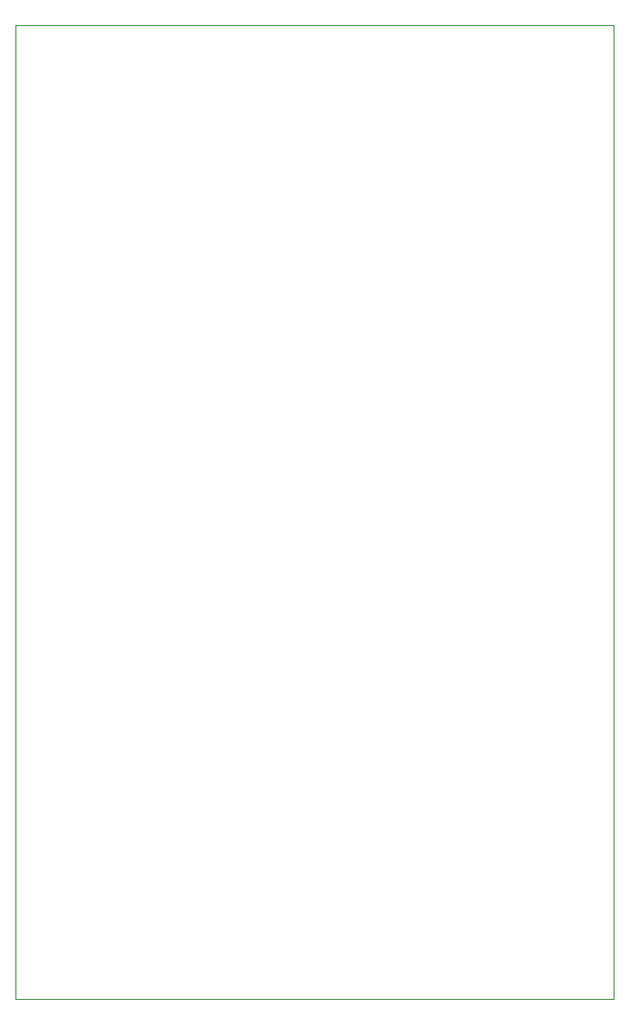
<source format=gbr>
%TF.GenerationSoftware,KiCad,Pcbnew,8.0.7-1.fc41*%
%TF.CreationDate,2025-01-30T18:34:34-08:00*%
%TF.ProjectId,EP-Booster,45502d42-6f6f-4737-9465-722e6b696361,rev?*%
%TF.SameCoordinates,Original*%
%TF.FileFunction,Profile,NP*%
%FSLAX46Y46*%
G04 Gerber Fmt 4.6, Leading zero omitted, Abs format (unit mm)*
G04 Created by KiCad (PCBNEW 8.0.7-1.fc41) date 2025-01-30 18:34:34*
%MOMM*%
%LPD*%
G01*
G04 APERTURE LIST*
%TA.AperFunction,Profile*%
%ADD10C,0.050000*%
%TD*%
G04 APERTURE END LIST*
D10*
X117000000Y-21500000D02*
X169500000Y-21500000D01*
X169500000Y-107000000D01*
X117000000Y-107000000D01*
X117000000Y-21500000D01*
M02*

</source>
